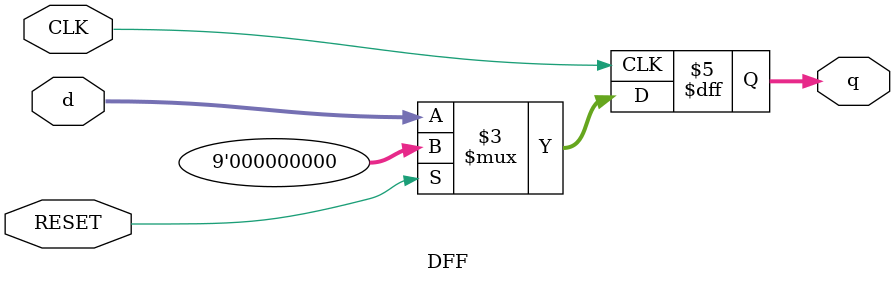
<source format=v>
`timescale 1ns / 1ps
module DFF #(parameter BW = 9)
			(input  [BW-1:0]d,
			 input CLK,RESET,
			 output reg [BW-1:0] q);
		   
	always @(posedge CLK ) begin
	
		if (RESET)
			q <= 0;
		else
			q <= d;
	end
	
endmodule

</source>
